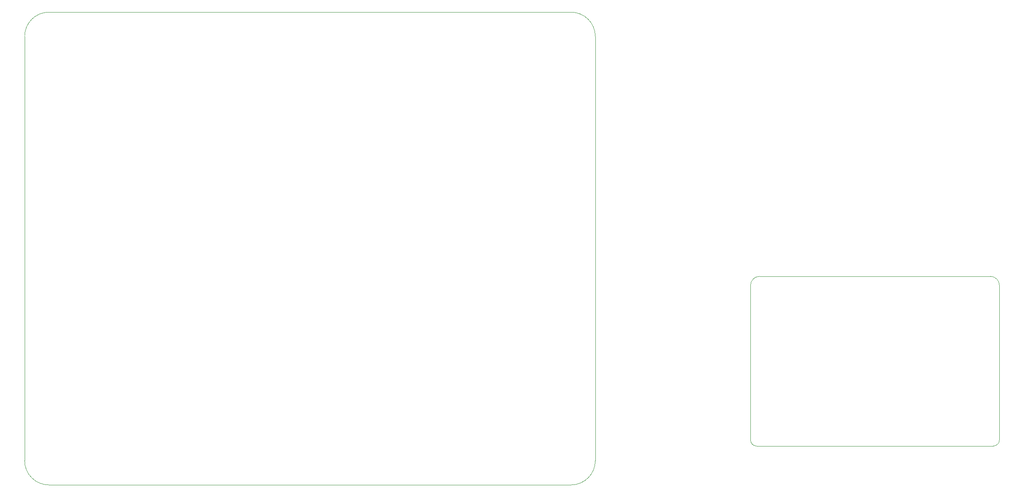
<source format=gbr>
%TF.GenerationSoftware,KiCad,Pcbnew,(6.0.0)*%
%TF.CreationDate,2022-02-25T16:17:33+00:00*%
%TF.ProjectId,ISOpower,49534f70-6f77-4657-922e-6b696361645f,rev?*%
%TF.SameCoordinates,Original*%
%TF.FileFunction,Profile,NP*%
%FSLAX46Y46*%
G04 Gerber Fmt 4.6, Leading zero omitted, Abs format (unit mm)*
G04 Created by KiCad (PCBNEW (6.0.0)) date 2022-02-25 16:17:33*
%MOMM*%
%LPD*%
G01*
G04 APERTURE LIST*
%TA.AperFunction,Profile*%
%ADD10C,0.100000*%
%TD*%
G04 APERTURE END LIST*
D10*
X209632500Y-130276457D02*
G75*
G03*
X210902500Y-131546457I1270000J0D01*
G01*
X260432500Y-131546457D02*
G75*
G03*
X261702500Y-130276457I0J1270000D01*
G01*
X261702500Y-97891457D02*
G75*
G03*
X259797500Y-95986457I-1905000J0D01*
G01*
X211537500Y-95986457D02*
G75*
G03*
X209632500Y-97891457I0J-1905000D01*
G01*
X209632500Y-130276457D02*
X209632500Y-97891457D01*
X260432500Y-131546457D02*
X210902500Y-131546457D01*
X261702500Y-97891457D02*
X261702500Y-130276457D01*
X211537500Y-95986457D02*
X259797500Y-95986457D01*
X62865000Y-139700000D02*
X172085000Y-139700000D01*
X57785000Y-45720000D02*
X57785000Y-134620000D01*
X172085000Y-40640000D02*
X62865000Y-40640000D01*
X177165000Y-134620000D02*
X177165000Y-45720000D01*
X57785000Y-134620000D02*
G75*
G03*
X62865000Y-139700000I5080000J0D01*
G01*
X172085000Y-139700000D02*
G75*
G03*
X177165000Y-134620000I0J5080000D01*
G01*
X177165000Y-45720000D02*
G75*
G03*
X172085000Y-40640000I-5080000J0D01*
G01*
X62865000Y-40640000D02*
G75*
G03*
X57785000Y-45720000I0J-5080000D01*
G01*
M02*

</source>
